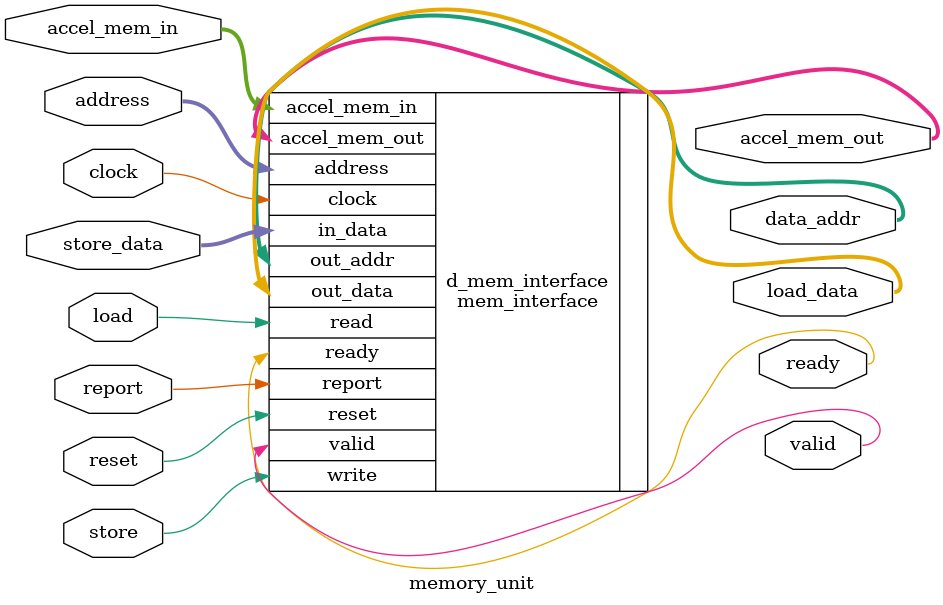
<source format=v>
/** @module : memory
 *  @author : Adaptive & Secure Computing Systems (ASCS) Laboratory
 
 *  Copyright (c) 2018 BRISC-V (ASCS/ECE/BU)
 *  Permission is hereby granted, free of charge, to any person obtaining a copy
 *  of this software and associated documentation files (the "Software"), to deal
 *  in the Software without restriction, including without limitation the rights
 *  to use, copy, modify, merge, publish, distribute, sublicense, and/or sell
 *  copies of the Software, and to permit persons to whom the Software is
 *  furnished to do so, subject to the following conditions:
 *  The above copyright notice and this permission notice shall be included in
 *  all copies or substantial portions of the Software.

 *  THE SOFTWARE IS PROVIDED "AS IS", WITHOUT WARRANTY OF ANY KIND, EXPRESS OR
 *  IMPLIED, INCLUDING BUT NOT LIMITED TO THE WARRANTIES OF MERCHANTABILITY,
 *  FITNESS FOR A PARTICULAR PURPOSE AND NONINFRINGEMENT. IN NO EVENT SHALL THE
 *  AUTHORS OR COPYRIGHT HOLDERS BE LIABLE FOR ANY CLAIM, DAMAGES OR OTHER
 *  LIABILITY, WHETHER IN AN ACTION OF CONTRACT, TORT OR OTHERWISE, ARISING FROM,
 *  OUT OF OR IN CONNECTION WITH THE SOFTWARE OR THE USE OR OTHER DEALINGS IN
 *  THE SOFTWARE.
 */
 
module memory_unit #(parameter CORE = 0, DATA_WIDTH = 32, INDEX_BITS = 6, 
                     OFFSET_BITS = 3, ADDRESS_BITS = 20)(
        clock, reset, 
        load, store,
        address, 
        store_data,
        data_addr, 
        load_data,
        valid, 
        ready, 

        accel_mem_in,
        accel_mem_out,
        report
); 

input clock, reset; 
input load, store;
input [ADDRESS_BITS-1:0] address;
input [DATA_WIDTH-1:0]   store_data;
input report;

input [106:0] accel_mem_in;
output [35:0] accel_mem_out;

output [ADDRESS_BITS-1:0] data_addr;
output [DATA_WIDTH-1:0]   load_data;
output valid; 
output ready;  

mem_interface #(CORE, DATA_WIDTH, INDEX_BITS, OFFSET_BITS, ADDRESS_BITS)  
                    d_mem_interface (
                     .clock(clock), 
                     .reset(reset),
                     .read(load), 
                     .write(store), 
                     .address(address), 
                     .in_data(store_data), 
                     .out_addr(data_addr),
                     .out_data(load_data), 
                     .valid(valid), 
                     .ready(ready),

                     .accel_mem_in(accel_mem_in),
                     .accel_mem_out(accel_mem_out),

                     .report(report)
);

reg [31: 0] cycles; 
always @ (posedge clock) begin 
    cycles <= reset? 0 : cycles + 1; 
    if (report)begin
        $display ("------ Core %d Memory Unit - Current Cycle %d -------", CORE, cycles); 
        $display ("| Address     [%h]", address);
        $display ("| Load        [%b]", load); 
        $display ("| Data Address[%h]", data_addr);
        $display ("| Load Data   [%h]", load_data);
        $display ("| Store       [%b]", store); 
        $display ("| Store Data  [%h]", store_data);
        $display ("| Ready       [%b]", ready);
        $display ("| Valid       [%b]", valid);
        $display ("----------------------------------------------------------------------");
    end
end

endmodule

</source>
